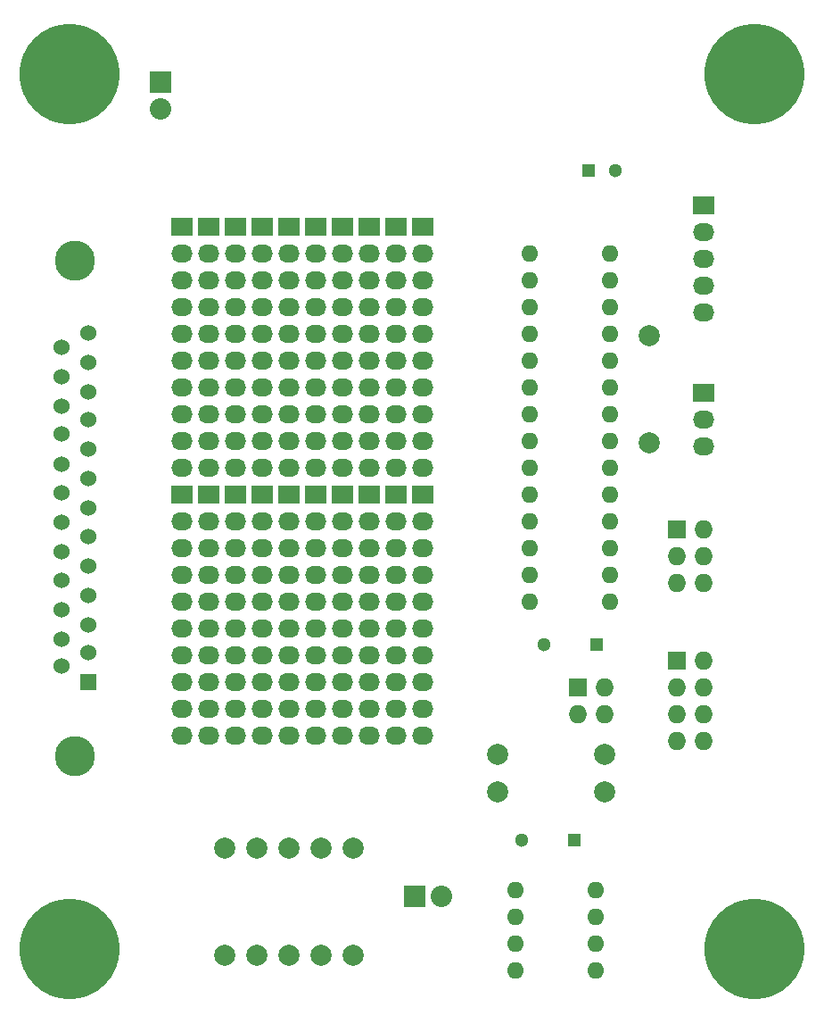
<source format=gbs>
G04 #@! TF.FileFunction,Soldermask,Bot*
%FSLAX46Y46*%
G04 Gerber Fmt 4.6, Leading zero omitted, Abs format (unit mm)*
G04 Created by KiCad (PCBNEW 4.0.1-stable) date 12/26/2016 8:09:41 PM*
%MOMM*%
G01*
G04 APERTURE LIST*
%ADD10C,0.150000*%
%ADD11O,1.600000X1.600000*%
%ADD12C,9.525000*%
%ADD13R,2.032000X2.032000*%
%ADD14O,2.032000X2.032000*%
%ADD15R,1.300000X1.300000*%
%ADD16C,1.300000*%
%ADD17R,1.727200X1.727200*%
%ADD18O,1.727200X1.727200*%
%ADD19R,2.032000X1.727200*%
%ADD20O,2.032000X1.727200*%
%ADD21C,1.998980*%
%ADD22C,3.810000*%
%ADD23R,1.524000X1.524000*%
%ADD24C,1.524000*%
G04 APERTURE END LIST*
D10*
D11*
X59690000Y-33020000D03*
X59690000Y-35560000D03*
X59690000Y-38100000D03*
X59690000Y-40640000D03*
X59690000Y-43180000D03*
X59690000Y-45720000D03*
X59690000Y-48260000D03*
X59690000Y-50800000D03*
X59690000Y-53340000D03*
X59690000Y-55880000D03*
X59690000Y-58420000D03*
X59690000Y-60960000D03*
X59690000Y-63500000D03*
X59690000Y-66040000D03*
X67310000Y-66040000D03*
X67310000Y-63500000D03*
X67310000Y-60960000D03*
X67310000Y-58420000D03*
X67310000Y-55880000D03*
X67310000Y-53340000D03*
X67310000Y-50800000D03*
X67310000Y-48260000D03*
X67310000Y-45720000D03*
X67310000Y-43180000D03*
X67310000Y-40640000D03*
X67310000Y-38100000D03*
X67310000Y-35560000D03*
X67310000Y-33020000D03*
D12*
X16000000Y-16000000D03*
X81000000Y-16000000D03*
X16000000Y-99000000D03*
X81000000Y-99000000D03*
D13*
X48768000Y-93980000D03*
D14*
X51308000Y-93980000D03*
D15*
X66040000Y-70104000D03*
D16*
X61040000Y-70104000D03*
D15*
X63881000Y-88646000D03*
D16*
X58881000Y-88646000D03*
D11*
X58293000Y-93345000D03*
X58293000Y-95885000D03*
X58293000Y-98425000D03*
X58293000Y-100965000D03*
X65913000Y-100965000D03*
X65913000Y-98425000D03*
X65913000Y-95885000D03*
X65913000Y-93345000D03*
D17*
X73660000Y-71628000D03*
D18*
X76200000Y-71628000D03*
X73660000Y-74168000D03*
X76200000Y-74168000D03*
X73660000Y-76708000D03*
X76200000Y-76708000D03*
X73660000Y-79248000D03*
X76200000Y-79248000D03*
D19*
X76200000Y-28448000D03*
D20*
X76200000Y-30988000D03*
X76200000Y-33528000D03*
X76200000Y-36068000D03*
X76200000Y-38608000D03*
D21*
X66802000Y-80518000D03*
X56642000Y-80518000D03*
X66802000Y-84074000D03*
X56642000Y-84074000D03*
X71000000Y-51000000D03*
X71000000Y-40840000D03*
X39878000Y-89408000D03*
X39878000Y-99568000D03*
X42926000Y-99568000D03*
X42926000Y-89408000D03*
X33782000Y-99568000D03*
X33782000Y-89408000D03*
X36830000Y-99568000D03*
X36830000Y-89408000D03*
D17*
X64262000Y-74168000D03*
D18*
X66802000Y-74168000D03*
X64262000Y-76708000D03*
X66802000Y-76708000D03*
D15*
X65278000Y-25146000D03*
D16*
X67778000Y-25146000D03*
D22*
X16510000Y-33655000D03*
X16510000Y-80645000D03*
D23*
X17780000Y-73660000D03*
D24*
X17780000Y-70866000D03*
X17780000Y-68199000D03*
X17780000Y-65405000D03*
X17780000Y-62611000D03*
X17780000Y-59817000D03*
X17780000Y-57150000D03*
X17780000Y-54356000D03*
X17780000Y-51562000D03*
X17780000Y-48768000D03*
X17780000Y-46101000D03*
X17780000Y-43307000D03*
X17780000Y-40513000D03*
X15240000Y-72085200D03*
X15240000Y-69545200D03*
X15240000Y-66751200D03*
X15240000Y-64008000D03*
X15240000Y-61264800D03*
X15240000Y-58470800D03*
X15240000Y-55727600D03*
X15240000Y-52984400D03*
X15240000Y-50139600D03*
X15240000Y-47447200D03*
X15240000Y-44704000D03*
X15240000Y-41910000D03*
D19*
X41910000Y-30480000D03*
D20*
X41910000Y-33020000D03*
X41910000Y-35560000D03*
X41910000Y-38100000D03*
X41910000Y-40640000D03*
X41910000Y-43180000D03*
X41910000Y-45720000D03*
X41910000Y-48260000D03*
X41910000Y-50800000D03*
X41910000Y-53340000D03*
D19*
X44450000Y-55880000D03*
D20*
X44450000Y-58420000D03*
X44450000Y-60960000D03*
X44450000Y-63500000D03*
X44450000Y-66040000D03*
X44450000Y-68580000D03*
X44450000Y-71120000D03*
X44450000Y-73660000D03*
X44450000Y-76200000D03*
X44450000Y-78740000D03*
D19*
X46990000Y-30480000D03*
D20*
X46990000Y-33020000D03*
X46990000Y-35560000D03*
X46990000Y-38100000D03*
X46990000Y-40640000D03*
X46990000Y-43180000D03*
X46990000Y-45720000D03*
X46990000Y-48260000D03*
X46990000Y-50800000D03*
X46990000Y-53340000D03*
D19*
X46990000Y-55880000D03*
D20*
X46990000Y-58420000D03*
X46990000Y-60960000D03*
X46990000Y-63500000D03*
X46990000Y-66040000D03*
X46990000Y-68580000D03*
X46990000Y-71120000D03*
X46990000Y-73660000D03*
X46990000Y-76200000D03*
X46990000Y-78740000D03*
D19*
X44450000Y-30480000D03*
D20*
X44450000Y-33020000D03*
X44450000Y-35560000D03*
X44450000Y-38100000D03*
X44450000Y-40640000D03*
X44450000Y-43180000D03*
X44450000Y-45720000D03*
X44450000Y-48260000D03*
X44450000Y-50800000D03*
X44450000Y-53340000D03*
D19*
X41910000Y-55880000D03*
D20*
X41910000Y-58420000D03*
X41910000Y-60960000D03*
X41910000Y-63500000D03*
X41910000Y-66040000D03*
X41910000Y-68580000D03*
X41910000Y-71120000D03*
X41910000Y-73660000D03*
X41910000Y-76200000D03*
X41910000Y-78740000D03*
D19*
X31750000Y-55880000D03*
D20*
X31750000Y-58420000D03*
X31750000Y-60960000D03*
X31750000Y-63500000D03*
X31750000Y-66040000D03*
X31750000Y-68580000D03*
X31750000Y-71120000D03*
X31750000Y-73660000D03*
X31750000Y-76200000D03*
X31750000Y-78740000D03*
D19*
X34290000Y-30480000D03*
D20*
X34290000Y-33020000D03*
X34290000Y-35560000D03*
X34290000Y-38100000D03*
X34290000Y-40640000D03*
X34290000Y-43180000D03*
X34290000Y-45720000D03*
X34290000Y-48260000D03*
X34290000Y-50800000D03*
X34290000Y-53340000D03*
D19*
X29210000Y-55880000D03*
D20*
X29210000Y-58420000D03*
X29210000Y-60960000D03*
X29210000Y-63500000D03*
X29210000Y-66040000D03*
X29210000Y-68580000D03*
X29210000Y-71120000D03*
X29210000Y-73660000D03*
X29210000Y-76200000D03*
X29210000Y-78740000D03*
D19*
X29210000Y-30480000D03*
D20*
X29210000Y-33020000D03*
X29210000Y-35560000D03*
X29210000Y-38100000D03*
X29210000Y-40640000D03*
X29210000Y-43180000D03*
X29210000Y-45720000D03*
X29210000Y-48260000D03*
X29210000Y-50800000D03*
X29210000Y-53340000D03*
D19*
X31750000Y-30480000D03*
D20*
X31750000Y-33020000D03*
X31750000Y-35560000D03*
X31750000Y-38100000D03*
X31750000Y-40640000D03*
X31750000Y-43180000D03*
X31750000Y-45720000D03*
X31750000Y-48260000D03*
X31750000Y-50800000D03*
X31750000Y-53340000D03*
D19*
X34290000Y-55880000D03*
D20*
X34290000Y-58420000D03*
X34290000Y-60960000D03*
X34290000Y-63500000D03*
X34290000Y-66040000D03*
X34290000Y-68580000D03*
X34290000Y-71120000D03*
X34290000Y-73660000D03*
X34290000Y-76200000D03*
X34290000Y-78740000D03*
D19*
X39370000Y-55880000D03*
D20*
X39370000Y-58420000D03*
X39370000Y-60960000D03*
X39370000Y-63500000D03*
X39370000Y-66040000D03*
X39370000Y-68580000D03*
X39370000Y-71120000D03*
X39370000Y-73660000D03*
X39370000Y-76200000D03*
X39370000Y-78740000D03*
D19*
X39370000Y-30480000D03*
D20*
X39370000Y-33020000D03*
X39370000Y-35560000D03*
X39370000Y-38100000D03*
X39370000Y-40640000D03*
X39370000Y-43180000D03*
X39370000Y-45720000D03*
X39370000Y-48260000D03*
X39370000Y-50800000D03*
X39370000Y-53340000D03*
D19*
X36830000Y-30480000D03*
D20*
X36830000Y-33020000D03*
X36830000Y-35560000D03*
X36830000Y-38100000D03*
X36830000Y-40640000D03*
X36830000Y-43180000D03*
X36830000Y-45720000D03*
X36830000Y-48260000D03*
X36830000Y-50800000D03*
X36830000Y-53340000D03*
D19*
X36830000Y-55880000D03*
D20*
X36830000Y-58420000D03*
X36830000Y-60960000D03*
X36830000Y-63500000D03*
X36830000Y-66040000D03*
X36830000Y-68580000D03*
X36830000Y-71120000D03*
X36830000Y-73660000D03*
X36830000Y-76200000D03*
X36830000Y-78740000D03*
D19*
X26670000Y-30480000D03*
D20*
X26670000Y-33020000D03*
X26670000Y-35560000D03*
X26670000Y-38100000D03*
X26670000Y-40640000D03*
X26670000Y-43180000D03*
X26670000Y-45720000D03*
X26670000Y-48260000D03*
X26670000Y-50800000D03*
X26670000Y-53340000D03*
D19*
X26670000Y-55880000D03*
D20*
X26670000Y-58420000D03*
X26670000Y-60960000D03*
X26670000Y-63500000D03*
X26670000Y-66040000D03*
X26670000Y-68580000D03*
X26670000Y-71120000D03*
X26670000Y-73660000D03*
X26670000Y-76200000D03*
X26670000Y-78740000D03*
D19*
X49530000Y-55880000D03*
D20*
X49530000Y-58420000D03*
X49530000Y-60960000D03*
X49530000Y-63500000D03*
X49530000Y-66040000D03*
X49530000Y-68580000D03*
X49530000Y-71120000D03*
X49530000Y-73660000D03*
X49530000Y-76200000D03*
X49530000Y-78740000D03*
D19*
X49530000Y-30480000D03*
D20*
X49530000Y-33020000D03*
X49530000Y-35560000D03*
X49530000Y-38100000D03*
X49530000Y-40640000D03*
X49530000Y-43180000D03*
X49530000Y-45720000D03*
X49530000Y-48260000D03*
X49530000Y-50800000D03*
X49530000Y-53340000D03*
D19*
X76200000Y-46228000D03*
D20*
X76200000Y-48768000D03*
X76200000Y-51308000D03*
D13*
X24638000Y-16764000D03*
D14*
X24638000Y-19304000D03*
D17*
X73660000Y-59182000D03*
D18*
X76200000Y-59182000D03*
X73660000Y-61722000D03*
X76200000Y-61722000D03*
X73660000Y-64262000D03*
X76200000Y-64262000D03*
D21*
X30734000Y-99568000D03*
X30734000Y-89408000D03*
M02*

</source>
